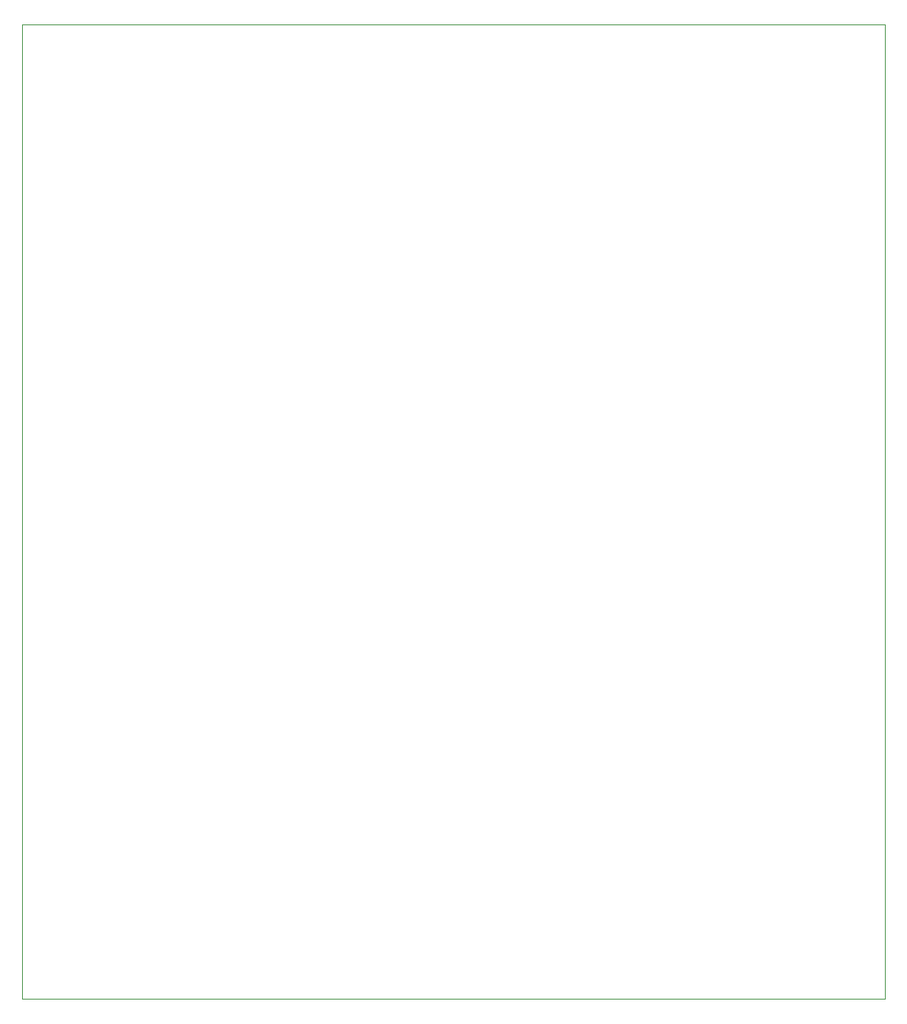
<source format=gm1>
G04 #@! TF.GenerationSoftware,KiCad,Pcbnew,7.0.9*
G04 #@! TF.CreationDate,2023-11-23T14:21:27+01:00*
G04 #@! TF.ProjectId,carte_puissance_crac,63617274-655f-4707-9569-7373616e6365,rev?*
G04 #@! TF.SameCoordinates,Original*
G04 #@! TF.FileFunction,Profile,NP*
%FSLAX46Y46*%
G04 Gerber Fmt 4.6, Leading zero omitted, Abs format (unit mm)*
G04 Created by KiCad (PCBNEW 7.0.9) date 2023-11-23 14:21:27*
%MOMM*%
%LPD*%
G01*
G04 APERTURE LIST*
G04 #@! TA.AperFunction,Profile*
%ADD10C,0.100000*%
G04 #@! TD*
G04 APERTURE END LIST*
D10*
X85380000Y-31360000D02*
X178002500Y-31360000D01*
X178002500Y-135947500D01*
X85380000Y-135947500D01*
X85380000Y-31360000D01*
M02*

</source>
